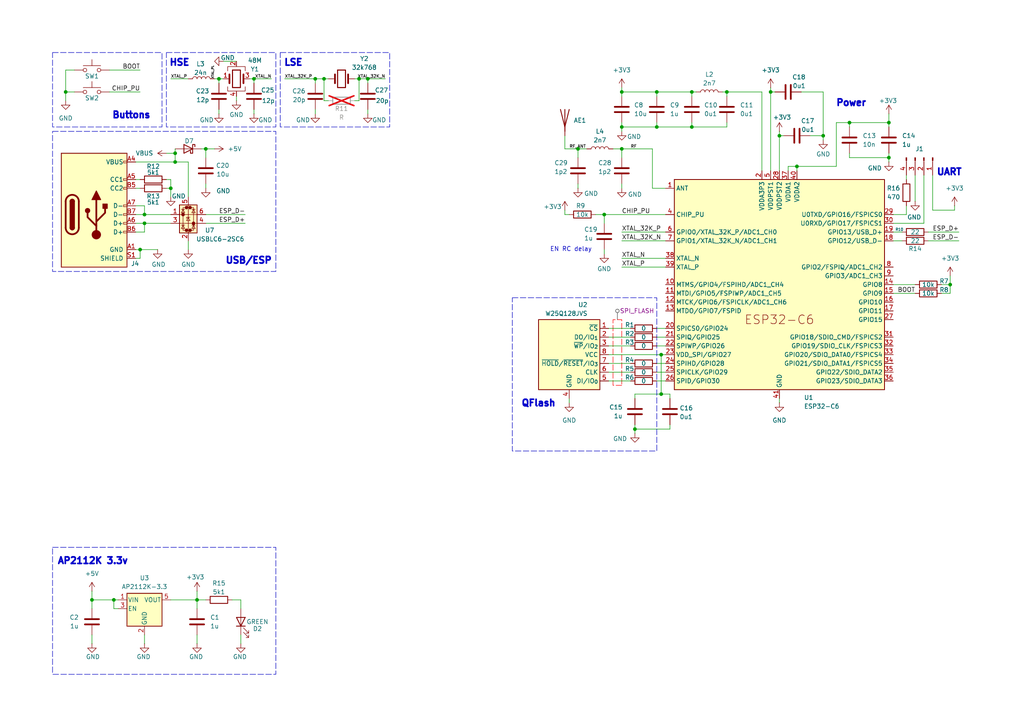
<source format=kicad_sch>
(kicad_sch (version 20250114) (generator "eeschema") (generator_version "9.0")
  (paper "A4")
  (rectangle (start 15.24 158.75) (end 80.01 195.58) (stroke (width 0) (type dash)))
  (rectangle (start 148.59 86.36) (end 190.5 130.81) (stroke (width 0) (type dash)))
  (rectangle (start 15.24 15.24) (end 46.99 36.83) (stroke (width 0) (type dash)))
  (rectangle (start 48.26 15.24) (end 80.01 36.83) (stroke (width 0) (type dash)))
  (rectangle (start 15.24 38.1) (end 80.01 78.74) (stroke (width 0) (type dash)))
  (rectangle (start 81.28 15.24) (end 113.03 36.83) (stroke (width 0) (type dash)))
  (text "AP2112K 3.3v" (at 26.924 162.814 0) (effects (font (size 1.905 1.905) (thickness 0.508) (bold yes))))
  (text "EN RC delay" (at 165.608 72.39 0) (effects (font (size 1.27 1.27))))
  (text "HSE" (at 52.07 18.288 0) (effects (font (size 1.905 1.905) (thickness 0.508) (bold yes))))
  (text "LSE" (at 85.09 18.288 0) (effects (font (size 1.905 1.905) (thickness 0.508) (bold yes))))
  (text "QFlash" (at 156.21 117.094 0) (effects (font (size 1.905 1.905) (thickness 0.508) (bold yes))))
  (text "USB/ESP" (at 72.136 75.692 0) (effects (font (size 1.905 1.905) (thickness 0.508) (bold yes))))
  (text "Power" (at 246.888 29.972 0) (effects (font (size 1.905 1.905) (thickness 0.508) (bold yes))))
  (text "Buttons" (at 38.1 33.528 0) (effects (font (size 1.905 1.905) (thickness 0.508) (bold yes))))
  (text "UART" (at 275.336 50.038 0) (effects (font (size 1.905 1.905) (thickness 0.508) (bold yes))))
  (junction (at 33.02 173.99))
  (junction (at 180.34 43.18))
  (junction (at 184.15 124.46))
  (junction (at 180.34 26.67))
  (junction (at 190.5 26.67))
  (junction (at 26.67 173.99))
  (junction (at 19.05 26.67))
  (junction (at 104.14 22.86))
  (junction (at 191.77 102.87))
  (junction (at 191.77 114.3))
  (junction (at 41.91 64.77))
  (junction (at 223.52 26.67))
  (junction (at 210.82 26.67))
  (junction (at 40.64 72.39))
  (junction (at 246.38 35.56))
  (junction (at 41.91 62.23))
  (junction (at 106.68 22.86))
  (junction (at 275.59 82.55))
  (junction (at 63.5 22.86))
  (junction (at 231.14 48.26))
  (junction (at 167.64 43.18))
  (junction (at 257.81 45.72))
  (junction (at 93.98 22.86))
  (junction (at 226.06 39.37))
  (junction (at 257.81 35.56))
  (junction (at 50.8 44.45))
  (junction (at 59.69 43.18))
  (junction (at 73.66 22.86))
  (junction (at 57.15 173.99))
  (junction (at 50.8 46.99))
  (junction (at 180.34 36.83))
  (junction (at 200.66 26.67))
  (junction (at 190.5 36.83))
  (junction (at 175.26 62.23))
  (junction (at 200.66 36.83))
  (junction (at 49.53 54.61))
  (junction (at 238.76 39.37))
  (junction (at 91.44 22.86))
  (wire (pts (xy 275.59 85.09) (xy 275.59 82.55)))
  (wire (pts (xy 59.69 64.77) (xy 71.12 64.77)))
  (wire (pts (xy 259.08 69.85) (xy 261.62 69.85)))
  (wire (pts (xy 19.05 29.21) (xy 19.05 26.67)))
  (wire (pts (xy 242.57 48.26) (xy 231.14 48.26)))
  (wire (pts (xy 69.85 173.99) (xy 69.85 176.53)))
  (wire (pts (xy 59.69 54.61) (xy 59.69 53.34)))
  (wire (pts (xy 180.34 26.67) (xy 180.34 27.94)))
  (wire (pts (xy 41.91 59.69) (xy 41.91 62.23)))
  (wire (pts (xy 276.86 59.69) (xy 276.86 60.96)))
  (wire (pts (xy 40.64 52.07) (xy 39.37 52.07)))
  (wire (pts (xy 57.15 173.99) (xy 59.69 173.99)))
  (wire (pts (xy 49.53 57.15) (xy 49.53 54.61)))
  (wire (pts (xy 220.98 26.67) (xy 210.82 26.67)))
  (wire (pts (xy 62.23 22.86) (xy 63.5 22.86)))
  (wire (pts (xy 180.34 36.83) (xy 180.34 35.56)))
  (wire (pts (xy 193.04 102.87) (xy 191.77 102.87)))
  (wire (pts (xy 228.6 48.26) (xy 228.6 49.53)))
  (wire (pts (xy 223.52 26.67) (xy 223.52 49.53)))
  (wire (pts (xy 276.86 60.96) (xy 270.51 60.96)))
  (wire (pts (xy 234.95 39.37) (xy 238.76 39.37)))
  (wire (pts (xy 167.64 43.18) (xy 170.18 43.18)))
  (wire (pts (xy 45.72 72.39) (xy 40.64 72.39)))
  (wire (pts (xy 91.44 22.86) (xy 93.98 22.86)))
  (wire (pts (xy 180.34 43.18) (xy 189.23 43.18)))
  (wire (pts (xy 175.26 72.39) (xy 175.26 73.66)))
  (wire (pts (xy 54.61 46.99) (xy 50.8 46.99)))
  (wire (pts (xy 93.98 22.86) (xy 95.25 22.86)))
  (wire (pts (xy 194.31 123.19) (xy 194.31 124.46)))
  (wire (pts (xy 259.08 67.31) (xy 261.62 67.31)))
  (wire (pts (xy 226.06 115.57) (xy 226.06 116.84)))
  (wire (pts (xy 41.91 62.23) (xy 39.37 62.23)))
  (wire (pts (xy 95.25 29.21) (xy 93.98 29.21)))
  (wire (pts (xy 180.34 77.47) (xy 193.04 77.47)))
  (wire (pts (xy 190.5 35.56) (xy 190.5 36.83)))
  (wire (pts (xy 54.61 46.99) (xy 54.61 57.15)))
  (wire (pts (xy 49.53 62.23) (xy 41.91 62.23)))
  (wire (pts (xy 176.53 102.87) (xy 191.77 102.87)))
  (wire (pts (xy 26.67 171.45) (xy 26.67 173.99)))
  (wire (pts (xy 262.89 52.07) (xy 262.89 50.8)))
  (wire (pts (xy 200.66 36.83) (xy 190.5 36.83)))
  (wire (pts (xy 273.05 85.09) (xy 275.59 85.09)))
  (wire (pts (xy 176.53 107.95) (xy 182.88 107.95)))
  (wire (pts (xy 163.83 43.18) (xy 167.64 43.18)))
  (wire (pts (xy 259.08 82.55) (xy 265.43 82.55)))
  (wire (pts (xy 257.81 33.02) (xy 257.81 35.56)))
  (wire (pts (xy 49.53 22.86) (xy 54.61 22.86)))
  (wire (pts (xy 102.87 29.21) (xy 104.14 29.21)))
  (wire (pts (xy 190.5 95.25) (xy 193.04 95.25)))
  (wire (pts (xy 54.61 69.85) (xy 54.61 72.39)))
  (wire (pts (xy 104.14 22.86) (xy 102.87 22.86)))
  (wire (pts (xy 184.15 115.57) (xy 184.15 114.3)))
  (wire (pts (xy 73.66 24.13) (xy 73.66 22.86)))
  (wire (pts (xy 270.51 60.96) (xy 270.51 50.8)))
  (wire (pts (xy 246.38 44.45) (xy 246.38 45.72)))
  (wire (pts (xy 176.53 105.41) (xy 182.88 105.41)))
  (wire (pts (xy 59.69 62.23) (xy 71.12 62.23)))
  (wire (pts (xy 180.34 25.4) (xy 180.34 26.67)))
  (wire (pts (xy 172.72 62.23) (xy 175.26 62.23)))
  (wire (pts (xy 209.55 26.67) (xy 210.82 26.67)))
  (wire (pts (xy 226.06 39.37) (xy 226.06 49.53)))
  (wire (pts (xy 175.26 62.23) (xy 175.26 64.77)))
  (wire (pts (xy 275.59 82.55) (xy 275.59 80.01)))
  (wire (pts (xy 49.53 54.61) (xy 48.26 54.61)))
  (wire (pts (xy 106.68 24.13) (xy 106.68 22.86)))
  (wire (pts (xy 180.34 69.85) (xy 193.04 69.85)))
  (wire (pts (xy 93.98 22.86) (xy 93.98 29.21)))
  (wire (pts (xy 194.31 124.46) (xy 184.15 124.46)))
  (wire (pts (xy 62.23 43.18) (xy 59.69 43.18)))
  (wire (pts (xy 31.75 20.32) (xy 40.64 20.32)))
  (wire (pts (xy 210.82 26.67) (xy 210.82 27.94)))
  (wire (pts (xy 190.5 26.67) (xy 190.5 27.94)))
  (wire (pts (xy 26.67 173.99) (xy 33.02 173.99)))
  (wire (pts (xy 40.64 74.93) (xy 39.37 74.93)))
  (wire (pts (xy 19.05 26.67) (xy 21.59 26.67)))
  (wire (pts (xy 165.1 115.57) (xy 165.1 116.84)))
  (wire (pts (xy 238.76 39.37) (xy 238.76 26.67)))
  (wire (pts (xy 73.66 22.86) (xy 72.39 22.86)))
  (wire (pts (xy 73.66 31.75) (xy 73.66 33.02)))
  (wire (pts (xy 49.53 52.07) (xy 48.26 52.07)))
  (wire (pts (xy 231.14 48.26) (xy 228.6 48.26)))
  (wire (pts (xy 246.38 35.56) (xy 246.38 36.83)))
  (wire (pts (xy 191.77 114.3) (xy 194.31 114.3)))
  (wire (pts (xy 226.06 39.37) (xy 227.33 39.37)))
  (wire (pts (xy 41.91 67.31) (xy 41.91 64.77)))
  (wire (pts (xy 200.66 35.56) (xy 200.66 36.83)))
  (wire (pts (xy 69.85 184.15) (xy 69.85 186.69)))
  (wire (pts (xy 184.15 124.46) (xy 184.15 123.19)))
  (wire (pts (xy 41.91 64.77) (xy 39.37 64.77)))
  (wire (pts (xy 184.15 124.46) (xy 184.15 125.73)))
  (wire (pts (xy 194.31 114.3) (xy 194.31 115.57)))
  (wire (pts (xy 200.66 26.67) (xy 201.93 26.67)))
  (wire (pts (xy 19.05 26.67) (xy 19.05 20.32)))
  (wire (pts (xy 31.75 26.67) (xy 40.64 26.67)))
  (wire (pts (xy 26.67 184.15) (xy 26.67 186.69)))
  (wire (pts (xy 50.8 44.45) (xy 48.26 44.45)))
  (wire (pts (xy 259.08 64.77) (xy 267.97 64.77)))
  (wire (pts (xy 226.06 38.1) (xy 226.06 39.37)))
  (wire (pts (xy 50.8 44.45) (xy 50.8 43.18)))
  (wire (pts (xy 41.91 184.15) (xy 41.91 186.69)))
  (wire (pts (xy 257.81 35.56) (xy 246.38 35.56)))
  (wire (pts (xy 73.66 22.86) (xy 78.74 22.86)))
  (wire (pts (xy 57.15 171.45) (xy 57.15 173.99)))
  (wire (pts (xy 210.82 36.83) (xy 200.66 36.83)))
  (wire (pts (xy 57.15 176.53) (xy 57.15 173.99)))
  (wire (pts (xy 190.5 100.33) (xy 193.04 100.33)))
  (wire (pts (xy 64.77 17.78) (xy 68.58 17.78)))
  (wire (pts (xy 184.15 114.3) (xy 191.77 114.3)))
  (wire (pts (xy 210.82 35.56) (xy 210.82 36.83)))
  (wire (pts (xy 39.37 59.69) (xy 41.91 59.69)))
  (wire (pts (xy 190.5 26.67) (xy 200.66 26.67)))
  (wire (pts (xy 163.83 39.37) (xy 163.83 43.18)))
  (wire (pts (xy 49.53 64.77) (xy 41.91 64.77)))
  (wire (pts (xy 220.98 26.67) (xy 220.98 49.53)))
  (wire (pts (xy 19.05 20.32) (xy 21.59 20.32)))
  (wire (pts (xy 180.34 26.67) (xy 190.5 26.67)))
  (wire (pts (xy 68.58 27.94) (xy 68.58 29.21)))
  (wire (pts (xy 49.53 52.07) (xy 49.53 54.61)))
  (wire (pts (xy 190.5 105.41) (xy 193.04 105.41)))
  (wire (pts (xy 190.5 107.95) (xy 193.04 107.95)))
  (wire (pts (xy 106.68 31.75) (xy 106.68 33.02)))
  (wire (pts (xy 33.02 176.53) (xy 34.29 176.53)))
  (wire (pts (xy 180.34 53.34) (xy 180.34 54.61)))
  (wire (pts (xy 163.83 62.23) (xy 165.1 62.23)))
  (wire (pts (xy 82.55 22.86) (xy 91.44 22.86)))
  (wire (pts (xy 167.64 53.34) (xy 167.64 54.61)))
  (wire (pts (xy 242.57 35.56) (xy 242.57 48.26)))
  (wire (pts (xy 223.52 26.67) (xy 224.79 26.67)))
  (wire (pts (xy 257.81 44.45) (xy 257.81 45.72)))
  (wire (pts (xy 176.53 95.25) (xy 182.88 95.25)))
  (wire (pts (xy 257.81 45.72) (xy 246.38 45.72)))
  (wire (pts (xy 163.83 62.23) (xy 163.83 60.96)))
  (wire (pts (xy 191.77 102.87) (xy 191.77 114.3)))
  (wire (pts (xy 267.97 64.77) (xy 267.97 50.8)))
  (wire (pts (xy 50.8 46.99) (xy 39.37 46.99)))
  (wire (pts (xy 67.31 173.99) (xy 69.85 173.99)))
  (wire (pts (xy 200.66 26.67) (xy 200.66 27.94)))
  (wire (pts (xy 246.38 35.56) (xy 242.57 35.56)))
  (wire (pts (xy 177.8 43.18) (xy 180.34 43.18)))
  (wire (pts (xy 259.08 62.23) (xy 262.89 62.23)))
  (wire (pts (xy 40.64 72.39) (xy 39.37 72.39)))
  (wire (pts (xy 33.02 173.99) (xy 34.29 173.99)))
  (wire (pts (xy 167.64 45.72) (xy 167.64 43.18)))
  (wire (pts (xy 63.5 22.86) (xy 64.77 22.86)))
  (wire (pts (xy 176.53 97.79) (xy 182.88 97.79)))
  (wire (pts (xy 91.44 24.13) (xy 91.44 22.86)))
  (wire (pts (xy 189.23 54.61) (xy 189.23 43.18)))
  (wire (pts (xy 223.52 25.4) (xy 223.52 26.67)))
  (wire (pts (xy 175.26 62.23) (xy 193.04 62.23)))
  (wire (pts (xy 63.5 33.02) (xy 63.5 31.75)))
  (wire (pts (xy 106.68 22.86) (xy 111.76 22.86)))
  (wire (pts (xy 40.64 72.39) (xy 40.64 74.93)))
  (wire (pts (xy 269.24 67.31) (xy 278.13 67.31)))
  (wire (pts (xy 190.5 97.79) (xy 193.04 97.79)))
  (wire (pts (xy 193.04 54.61) (xy 189.23 54.61)))
  (wire (pts (xy 26.67 176.53) (xy 26.67 173.99)))
  (wire (pts (xy 91.44 33.02) (xy 91.44 31.75)))
  (wire (pts (xy 176.53 110.49) (xy 182.88 110.49)))
  (wire (pts (xy 39.37 67.31) (xy 41.91 67.31)))
  (wire (pts (xy 180.34 45.72) (xy 180.34 43.18)))
  (wire (pts (xy 180.34 74.93) (xy 193.04 74.93)))
  (wire (pts (xy 232.41 26.67) (xy 238.76 26.67)))
  (wire (pts (xy 257.81 35.56) (xy 257.81 36.83)))
  (wire (pts (xy 59.69 43.18) (xy 59.69 45.72)))
  (wire (pts (xy 176.53 100.33) (xy 182.88 100.33)))
  (wire (pts (xy 57.15 184.15) (xy 57.15 186.69)))
  (wire (pts (xy 231.14 49.53) (xy 231.14 48.26)))
  (wire (pts (xy 238.76 40.64) (xy 238.76 39.37)))
  (wire (pts (xy 104.14 22.86) (xy 104.14 29.21)))
  (wire (pts (xy 273.05 82.55) (xy 275.59 82.55)))
  (wire (pts (xy 257.81 45.72) (xy 257.81 46.99)))
  (wire (pts (xy 180.34 36.83) (xy 180.34 38.1)))
  (wire (pts (xy 180.34 67.31) (xy 193.04 67.31)))
  (wire (pts (xy 190.5 110.49) (xy 193.04 110.49)))
  (wire (pts (xy 106.68 22.86) (xy 104.14 22.86)))
  (wire (pts (xy 49.53 173.99) (xy 57.15 173.99)))
  (wire (pts (xy 63.5 24.13) (xy 63.5 22.86)))
  (wire (pts (xy 262.89 62.23) (xy 262.89 59.69)))
  (wire (pts (xy 50.8 46.99) (xy 50.8 44.45)))
  (wire (pts (xy 40.64 54.61) (xy 39.37 54.61)))
  (wire (pts (xy 269.24 69.85) (xy 278.13 69.85)))
  (wire (pts (xy 190.5 36.83) (xy 180.34 36.83)))
  (wire (pts (xy 265.43 50.8) (xy 265.43 58.42)))
  (wire (pts (xy 259.08 85.09) (xy 265.43 85.09)))
  (wire (pts (xy 59.69 43.18) (xy 58.42 43.18)))
  (wire (pts (xy 33.02 173.99) (xy 33.02 176.53)))
  (label "RF" (at 182.88 43.18 0) (effects (font (size 0.889 0.889))))
  (label "ESP_D-" (at 71.12 62.23 180))
  (label "ESP_D+" (at 278.13 67.31 180))
  (label "CHIP_PU" (at 180.34 62.23 0))
  (label "BOOT" (at 265.43 85.09 180))
  (label "XTAL_32K_N" (at 180.34 69.85 0))
  (label "XTAL_PL" (at 62.23 22.86 90) (effects (font (size 0.635 0.635))))
  (label "CHIP_PU" (at 40.64 26.67 180))
  (label "ESP_D+" (at 71.12 64.77 180))
  (label "RF_ANT" (at 165.1 43.18 0) (effects (font (size 0.889 0.889))))
  (label "XTAL_32K_N" (at 111.76 22.86 180) (effects (font (size 0.889 0.889))))
  (label "XTAL_P" (at 49.53 22.86 0) (effects (font (size 0.889 0.889))))
  (label "XTAL_N" (at 180.34 74.93 0))
  (label "BOOT" (at 40.64 20.32 180))
  (label "XTAL_32K_P" (at 82.55 22.86 0) (effects (font (size 0.889 0.889))))
  (label "XTAL_32K_P" (at 180.34 67.31 0))
  (label "XTAL_P" (at 180.34 77.47 0))
  (label "XTAL_N" (at 78.74 22.86 180) (effects (font (size 0.889 0.889))))
  (label "ESP_D-" (at 278.13 69.85 180))
  (rule_area (polyline (pts (xy 180.34 111.76) (xy 177.8 111.76) (xy 177.8 92.71) (xy 180.34 92.71)) (stroke (width 0) (type dash))))
  (netclass_flag "" (length 2.54) (shape round) (at 179.07 92.71 0) (property "Netclass" "SPI_FLASH" (at 179.7685 90.17 0) (effects (justify left))))
  (symbol (lib_id "power:GND") (at 64.77 17.78 270) (unit 1)
    (property "Reference" "#PWR052" (effects (hide yes)))
    (property "Value" "GND" (at 66.04 16.764 90))
    (property "Description" "Power symbol creates a global label with name \"GND\" , ground" (effects (hide yes)))
  )
  (symbol (lib_id "Connector:USB_C_Receptacle_USB2.0_14P") (at 26.67 62.23 0) (unit 1)
    (property "Reference" "J4" (at 40.386 76.454 0) (effects (justify right)))
    (property "Value" "USB_C_Receptacle_USB2.0_14P" (effects (hide yes)))
    (property "Footprint" "Connector_USB:USB_C_Receptacle_HRO_TYPE-C-31-M-12" (effects (hide yes)))
    (property "Datasheet" "https://www.usb.org/sites/default/files/documents/usb_type-c.zip" (effects (hide yes)))
    (property "Description" "USB 2.0-only 14P Type-C Receptacle connector" (effects (hide yes)))
    (property "Manufacturer" "Shou HAN" (effects (hide yes)))
    (property "Manufacturer Part Number" "TYPE-C16PIN" (effects (hide yes)))
    (property "Basic" "X" (effects (hide yes)))
    (property "JLCPCB Part #" "C393939" (effects (hide yes)))
  )
  (symbol (lib_id "power:GND") (at 45.72 72.39 0) (mirror y) (unit 1)
    (property "Reference" "#PWR049" (effects (hide yes)))
    (property "Value" "GND" (at 43.942 76.708 0) (effects (justify right)))
    (property "Description" "Power symbol creates a global label with name \"GND\" , ground" (effects (hide yes)))
  )
  (symbol (lib_id "Device:R") (at 44.45 54.61 270) (mirror x) (unit 1)
    (property "Reference" "R13" (at 44.45 56.896 90))
    (property "Value" "5k1" (at 44.45 58.674 90))
    (property "Footprint" "Resistor_SMD:R_0603_1608Metric" (effects (hide yes)))
    (property "Description" "Resistor" (effects (hide yes)))
    (property "Manufacturer" "Uniroyal Elec" (effects (hide yes)))
    (property "Manufacturer Part Number" "0603WAF5101T5E" (effects (hide yes)))
    (property "Basic" "Y" (effects (hide yes)))
    (property "JLCPCB Part #" "C23186" (effects (hide yes)))
  )
  (symbol (lib_id "Device:R") (at 186.69 97.79 90) (unit 1)
    (property "Reference" "R2" (at 182.626 96.774 90))
    (property "Value" "0" (at 186.69 97.79 90))
    (property "Description" "Resistor" (effects (hide yes)))
  )
  (symbol (lib_id "power:GND") (at 73.66 33.02 0) (unit 1)
    (property "Reference" "#PWR025" (effects (hide yes)))
    (property "Value" "GND" (at 76.962 34.798 0))
    (property "Description" "Power symbol creates a global label with name \"GND\" , ground" (effects (hide yes)))
  )
  (symbol (lib_id "power:GND") (at 91.44 33.02 0) (unit 1)
    (property "Reference" "#PWR053" (effects (hide yes)))
    (property "Value" "GND" (at 87.884 34.798 0))
    (property "Description" "Power symbol creates a global label with name \"GND\" , ground" (effects (hide yes)))
  )
  (symbol (lib_id "Device:C") (at 59.69 49.53 0) (mirror y) (unit 1)
    (property "Reference" "C20" (at 66.548 48.006 0) (effects (justify left)))
    (property "Value" "10u" (at 66.548 50.546 0) (effects (justify left)))
    (property "Footprint" "Capacitor_SMD:C_0402_1005Metric" (effects (hide yes)))
    (property "Description" "Unpolarized capacitor" (effects (hide yes)))
    (property "Manufacturer" "Samsung Electro-Mechanics " (effects (hide yes)))
    (property "Manufacturer Part Number" "CL05A106MQ5NUNC" (effects (hide yes)))
    (property "Basic" "Y" (effects (hide yes)))
    (property "JLCPCB Part #" "C15525" (effects (hide yes)))
  )
  (symbol (lib_id "Device:C") (at 180.34 49.53 0) (unit 1)
    (property "Reference" "C28" (at 173.482 47.244 0) (effects (justify left)))
    (property "Value" "1p2" (at 173.482 49.784 0) (effects (justify left)))
    (property "Footprint" "Capacitor_SMD:C_0402_1005Metric" (effects (hide yes)))
    (property "Description" "Unpolarized capacitor" (effects (hide yes)))
    (property "Manufacturer" "Murata" (effects (hide yes)))
    (property "Manufacturer Part Number" "GJM1555C1H1R2WB01D" (effects (hide yes)))
    (property "Basic" "X" (effects (hide yes)))
    (property "JLCPCB Part #" "C76899" (effects (hide yes)))
  )
  (symbol (lib_id "power:GND") (at 165.1 116.84 0) (mirror y) (unit 1)
    (property "Reference" "#PWR02" (effects (hide yes)))
    (property "Value" "GND" (at 165.1 121.92 0))
    (property "Description" "Power symbol creates a global label with name \"GND\" , ground" (effects (hide yes)))
  )
  (symbol (lib_id "power:+5V") (at 26.67 171.45 0) (unit 1)
    (property "Reference" "#PWR022" (effects (hide yes)))
    (property "Value" "+5V" (at 26.67 166.37 0))
    (property "Description" "Power symbol creates a global label with name \"+5V\"" (effects (hide yes)))
  )
  (symbol (lib_id "Switch:SW_Push") (at 26.67 26.67 0) (unit 1) (in_bom no)
    (property "Reference" "SW2" (at 26.67 28.448 0))
    (property "Value" "SW_Push" (effects (hide yes)))
    (property "Footprint" "Button_Switch_THT:SW_SPST_Omron_B3F-40xx" (effects (hide yes)))
    (property "Description" "Push button switch, generic, two pins" (effects (hide yes)))
  )
  (symbol (lib_id "Device:R") (at 186.69 107.95 90) (unit 1)
    (property "Reference" "R5" (at 182.626 106.934 90))
    (property "Value" "0" (at 186.69 107.95 90))
    (property "Description" "Resistor" (effects (hide yes)))
  )
  (symbol (lib_id "Regulator_Linear:AP2112K-3.3") (at 41.91 176.53 0) (unit 1)
    (property "Reference" "U3" (at 41.91 167.64 0))
    (property "Value" "AP2112K-3.3" (at 41.91 170.18 0))
    (property "Footprint" "Package_TO_SOT_SMD:SOT-23-5" (effects (hide yes)))
    (property "Datasheet" "https://www.diodes.com/assets/Datasheets/AP2112.pdf" (effects (hide yes)))
    (property "Description" "600mA low dropout linear regulator, with enable pin, 3.8V-6V input voltage range, 3.3V fixed positive output, SOT-23-5" (effects (hide yes)))
  )
  (symbol (lib_id "Device:R") (at 265.43 69.85 90) (mirror x) (unit 1)
    (property "Reference" "R14" (at 265.43 72.136 90))
    (property "Value" "22" (at 265.43 69.85 90))
    (property "Description" "Resistor" (effects (hide yes)))
  )
  (symbol (lib_id "Device:Crystal") (at 99.06 22.86 0) (unit 1)
    (property "Reference" "Y2" (at 105.664 17.018 0))
    (property "Value" "32k768" (at 105.664 19.558 0))
    (property "Footprint" "Crystal:Crystal_SMD_3215-2Pin_3.2x1.5mm" (effects (hide yes)))
    (property "Description" "Two pin crystal" (effects (hide yes)))
    (property "Manufacturer" "Seiko Epson" (effects (hide yes)))
    (property "Manufacturer Part Number" "Q13FC13500004" (effects (hide yes)))
    (property "Basic" "Y" (effects (hide yes)))
    (property "JLCPCB Part #" "C32346" (effects (hide yes)))
  )
  (symbol (lib_id "Device:C") (at 73.66 27.94 0) (unit 1)
    (property "Reference" "C25" (at 75.692 26.162 0) (effects (justify left)))
    (property "Value" "12p" (at 75.946 29.21 0) (effects (justify left)))
    (property "Footprint" "Capacitor_SMD:C_0402_1005Metric" (effects (hide yes)))
    (property "Description" "Unpolarized capacitor" (effects (hide yes)))
    (property "Manufacturer" "Guangdong Fenghua Advanced Tech (FH)" (effects (hide yes)))
    (property "Manufacturer Part Number" "0402CG120J500NT" (effects (hide yes)))
    (property "Basic" "Y" (effects (hide yes)))
    (property "JLCPCB Part #" "C1547" (effects (hide yes)))
  )
  (symbol (lib_id "power:GND") (at 59.69 54.61 0) (mirror y) (unit 1)
    (property "Reference" "#PWR045" (effects (hide yes)))
    (property "Value" "GND" (at 64.77 55.372 0))
    (property "Description" "Power symbol creates a global label with name \"GND\" , ground" (effects (hide yes)))
  )
  (symbol (lib_id "power:+3V3") (at 275.59 80.01 0) (unit 1)
    (property "Reference" "#PWR03" (effects (hide yes)))
    (property "Value" "+3V3" (at 275.59 74.93 0))
    (property "Description" "Power symbol creates a global label with name \"+3V3\"" (effects (hide yes)))
  )
  (symbol (lib_id "Device:R") (at 63.5 173.99 90) (unit 1)
    (property "Reference" "R15" (at 63.5 169.164 90))
    (property "Value" "5k1" (at 63.5 171.704 90))
    (property "Description" "Resistor" (effects (hide yes)))
  )
  (symbol (lib_id "Device:C") (at 57.15 180.34 0) (unit 1)
    (property "Reference" "C1" (at 60.96 179.0699 0) (effects (justify left)))
    (property "Value" "1u" (at 60.96 181.6099 0) (effects (justify left)))
    (property "Description" "Unpolarized capacitor" (effects (hide yes)))
  )
  (symbol (lib_id "Device:R") (at 99.06 29.21 90) (unit 1) (dnp yes)
    (property "Reference" "R11" (at 99.06 31.496 90))
    (property "Value" "R" (at 99.06 34.036 90))
    (property "Footprint" "Resistor_SMD:R_0603_1608Metric" (effects (hide yes)))
    (property "Description" "Resistor" (effects (hide yes)))
  )
  (symbol (lib_id "power:GND") (at 106.68 33.02 0) (unit 1)
    (property "Reference" "#PWR056" (effects (hide yes)))
    (property "Value" "GND" (at 109.982 34.798 0))
    (property "Description" "Power symbol creates a global label with name \"GND\" , ground" (effects (hide yes)))
  )
  (symbol (lib_id "power:GND") (at 226.06 116.84 0) (unit 1)
    (property "Reference" "#PWR01" (effects (hide yes)))
    (property "Value" "GND" (at 226.06 121.92 0))
    (property "Description" "Power symbol creates a global label with name \"GND\" , ground" (effects (hide yes)))
  )
  (symbol (lib_id "Device:C") (at 210.82 31.75 0) (unit 1)
    (property "Reference" "C11" (at 214.63 30.4799 0) (effects (justify left)))
    (property "Value" "0u1" (at 214.63 33.0199 0) (effects (justify left)))
    (property "Footprint" "Capacitor_SMD:C_0402_1005Metric" (effects (hide yes)))
    (property "Description" "Unpolarized capacitor" (effects (hide yes)))
    (property "Manufacturer" "Samsung Electro-Mechanics " (effects (hide yes)))
    (property "Manufacturer Part Number" "CL05B104KB54PNC" (effects (hide yes)))
    (property "Basic" "Y" (effects (hide yes)))
    (property "JLCPCB Part #" "C307331" (effects (hide yes)))
  )
  (symbol (lib_id "Device:R") (at 265.43 67.31 90) (unit 1)
    (property "Reference" "R10" (at 260.858 66.548 90) (effects (font (size 0.762 0.762))))
    (property "Value" "22" (at 265.43 67.31 90))
    (property "Description" "Resistor" (effects (hide yes)))
  )
  (symbol (lib_id "power:GND") (at 69.85 186.69 0) (unit 1)
    (property "Reference" "#PWR07" (effects (hide yes)))
    (property "Value" "GND" (at 71.628 190.5 0) (effects (justify right)))
    (property "Description" "Power symbol creates a global label with name \"GND\" , ground" (effects (hide yes)))
  )
  (symbol (lib_id "Device:R") (at 44.45 52.07 270) (mirror x) (unit 1)
    (property "Reference" "R12" (at 44.45 48.26 90))
    (property "Value" "5k1" (at 44.45 50.038 90))
    (property "Footprint" "Resistor_SMD:R_0603_1608Metric" (effects (hide yes)))
    (property "Description" "Resistor" (effects (hide yes)))
    (property "Manufacturer" "Uniroyal Elec" (effects (hide yes)))
    (property "Manufacturer Part Number" "0603WAF5101T5E" (effects (hide yes)))
    (property "Basic" "Y" (effects (hide yes)))
    (property "JLCPCB Part #" "C23186" (effects (hide yes)))
  )
  (symbol (lib_id "power:GND") (at 19.05 29.21 0) (unit 1)
    (property "Reference" "#PWR050" (effects (hide yes)))
    (property "Value" "GND" (at 19.05 34.29 0))
    (property "Description" "Power symbol creates a global label with name \"GND\" , ground" (effects (hide yes)))
  )
  (symbol (lib_id "Device:LED") (at 69.85 180.34 90) (unit 1)
    (property "Reference" "D2" (at 74.676 182.372 90))
    (property "Value" "GREEN" (at 74.676 180.34 90))
    (property "Footprint" "LED_SMD:LED_0805_2012Metric" (effects (hide yes)))
    (property "Description" "Light emitting diode" (effects (hide yes)))
    (property "Sim.Pins" "1=K 2=A" (effects (hide yes)))
    (property "Manufacturer" "Hubei KENTO Elec " (effects (hide yes)))
    (property "Manufacturer Part Number" "KT-0805G" (effects (hide yes)))
    (property "Basic" "Y" (effects (hide yes)))
    (property "JLCPCB Part #" "C2297" (effects (hide yes)))
  )
  (symbol (lib_id "power:GND") (at 63.5 33.02 0) (unit 1)
    (property "Reference" "#PWR037" (effects (hide yes)))
    (property "Value" "GND" (at 59.944 34.798 0))
    (property "Description" "Power symbol creates a global label with name \"GND\" , ground" (effects (hide yes)))
  )
  (symbol (lib_id "Device:C") (at 63.5 27.94 180) (unit 1)
    (property "Reference" "C23" (at 60.706 26.416 0) (effects (justify left)))
    (property "Value" "12p" (at 60.706 28.956 0) (effects (justify left)))
    (property "Footprint" "Capacitor_SMD:C_0402_1005Metric" (effects (hide yes)))
    (property "Description" "Unpolarized capacitor" (effects (hide yes)))
    (property "Manufacturer" "Guangdong Fenghua Advanced Tech (FH)" (effects (hide yes)))
    (property "Manufacturer Part Number" "0402CG120J500NT" (effects (hide yes)))
    (property "Basic" "Y" (effects (hide yes)))
    (property "JLCPCB Part #" "C1547" (effects (hide yes)))
  )
  (symbol (lib_id "Device:C") (at 231.14 39.37 90) (unit 1)
    (property "Reference" "C17" (at 236.22 35.052 90) (effects (justify left)))
    (property "Value" "0u1" (at 236.22 37.592 90) (effects (justify left)))
    (property "Footprint" "Capacitor_SMD:C_0402_1005Metric" (effects (hide yes)))
    (property "Description" "Unpolarized capacitor" (effects (hide yes)))
    (property "Manufacturer" "Samsung Electro-Mechanics " (effects (hide yes)))
    (property "Manufacturer Part Number" "CL05B104KB54PNC" (effects (hide yes)))
    (property "Basic" "Y" (effects (hide yes)))
    (property "JLCPCB Part #" "C307331" (effects (hide yes)))
  )
  (symbol (lib_id "Switch:SW_Push") (at 26.67 20.32 0) (unit 1) (in_bom no)
    (property "Reference" "SW1" (at 26.67 22.098 0))
    (property "Value" "SW_Push" (effects (hide yes)))
    (property "Footprint" "Button_Switch_THT:SW_SPST_Omron_B3F-40xx" (effects (hide yes)))
    (property "Description" "Push button switch, generic, two pins" (effects (hide yes)))
  )
  (symbol (lib_id "power:GND") (at 265.43 58.42 0) (unit 1)
    (property "Reference" "#PWR09" (effects (hide yes)))
    (property "Value" "GND" (at 267.208 62.992 0) (effects (justify right)))
    (property "Description" "Power symbol creates a global label with name \"GND\" , ground" (effects (hide yes)))
  )
  (symbol (lib_id "Memory_Flash:W25Q128JVS") (at 166.37 102.87 0) (mirror y) (unit 1)
    (property "Reference" "U2" (at 170.434 88.392 0) (effects (justify left)))
    (property "Value" "W25Q128JVS" (at 170.434 90.932 0) (effects (justify left)))
    (property "Footprint" "Package_SO:SOIC-8_5.3x5.3mm_P1.27mm" (effects (hide yes)))
    (property "Datasheet" "https://www.winbond.com/resource-files/w25q128jv_dtr%20revc%2003272018%20plus.pdf" (effects (hide yes)))
    (property "Description" "128Mbit / 16MiB Serial Flash Memory, Standard/Dual/Quad SPI, 2.7-3.6V, SOIC-8" (effects (hide yes)))
  )
  (symbol (lib_id "Device:C") (at 246.38 40.64 0) (unit 1)
    (property "Reference" "C13" (at 250.19 39.3699 0) (effects (justify left)))
    (property "Value" "10n" (at 250.19 41.9099 0) (effects (justify left)))
    (property "Footprint" "Capacitor_SMD:C_0402_1005Metric" (effects (hide yes)))
    (property "Description" "Unpolarized capacitor" (effects (hide yes)))
    (property "Manufacturer" "Samsung Electro-Mechanics " (effects (hide yes)))
    (property "Manufacturer Part Number" "CL05B103KB5NNNC" (effects (hide yes)))
    (property "Basic" "Y" (effects (hide yes)))
    (property "JLCPCB Part #" "C15195" (effects (hide yes)))
  )
  (symbol (lib_id "Device:C") (at 194.31 119.38 0) (unit 1)
    (property "Reference" "C16" (at 197.104 118.364 0) (effects (justify left)))
    (property "Value" "0u1" (at 197.104 120.904 0) (effects (justify left)))
    (property "Footprint" "Capacitor_SMD:C_0402_1005Metric" (effects (hide yes)))
    (property "Description" "Unpolarized capacitor" (effects (hide yes)))
    (property "Manufacturer" "Samsung Electro-Mechanics " (effects (hide yes)))
    (property "Manufacturer Part Number" "CL05B104KB54PNC" (effects (hide yes)))
    (property "Basic" "Y" (effects (hide yes)))
    (property "JLCPCB Part #" "C307331" (effects (hide yes)))
  )
  (symbol (lib_id "power:GND") (at 184.15 125.73 0) (unit 1)
    (property "Reference" "#PWR023" (effects (hide yes)))
    (property "Value" "GND" (at 177.8 127.254 0) (effects (justify left)))
    (property "Description" "Power symbol creates a global label with name \"GND\" , ground" (effects (hide yes)))
  )
  (symbol (lib_id "Device:R") (at 269.24 82.55 90) (unit 1)
    (property "Reference" "R7" (at 273.812 81.534 90))
    (property "Value" "10k" (at 269.24 82.55 90))
    (property "Footprint" "Resistor_SMD:R_0603_1608Metric" (effects (hide yes)))
    (property "Description" "Resistor" (effects (hide yes)))
    (property "Manufacturer" "Uniroyal Elec" (effects (hide yes)))
    (property "Manufacturer Part Number" "0603WAF1002T5E" (effects (hide yes)))
    (property "Basic" "Y" (effects (hide yes)))
    (property "JLCPCB Part #" "C25804" (effects (hide yes)))
  )
  (symbol (lib_id "Device:C") (at 167.64 49.53 0) (unit 1)
    (property "Reference" "C29" (at 160.782 47.244 0) (effects (justify left)))
    (property "Value" "1p2" (at 160.782 49.784 0) (effects (justify left)))
    (property "Footprint" "Capacitor_SMD:C_0402_1005Metric" (effects (hide yes)))
    (property "Description" "Unpolarized capacitor" (effects (hide yes)))
    (property "Manufacturer" "Murata" (effects (hide yes)))
    (property "Manufacturer Part Number" "GJM1555C1H1R2WB01D" (effects (hide yes)))
    (property "Basic" "X" (effects (hide yes)))
    (property "JLCPCB Part #" "C76899" (effects (hide yes)))
  )
  (symbol (lib_id "Device:R") (at 186.69 95.25 90) (unit 1)
    (property "Reference" "R1" (at 182.626 94.234 90))
    (property "Value" "0" (at 186.69 95.25 90))
    (property "Description" "Resistor" (effects (hide yes)))
  )
  (symbol (lib_id "Device:C") (at 106.68 27.94 0) (unit 1)
    (property "Reference" "C27" (at 108.712 26.162 0) (effects (justify left)))
    (property "Value" "20p" (at 108.966 29.21 0) (effects (justify left)))
    (property "Footprint" "Capacitor_SMD:C_0402_1005Metric" (effects (hide yes)))
    (property "Description" "Unpolarized capacitor" (effects (hide yes)))
    (property "Manufacturer" "Guangdong Fenghua Advanced Tech (FH)" (effects (hide yes)))
    (property "Manufacturer Part Number" "0402CG200J500NT" (effects (hide yes)))
    (property "Basic" "Y" (effects (hide yes)))
    (property "JLCPCB Part #" "C1554" (effects (hide yes)))
  )
  (symbol (lib_id "Device:L") (at 58.42 22.86 90) (unit 1)
    (property "Reference" "L3" (at 58.166 18.542 90))
    (property "Value" "24n" (at 58.166 21.082 90))
    (property "Footprint" "Inductor_SMD:L_0402_1005Metric" (effects (hide yes)))
    (property "Description" "Inductor" (effects (hide yes)))
    (property "Manufacturer" "Murata" (effects (hide yes)))
    (property "Manufacturer Part Number" "LQW15AN24NG00D" (effects (hide yes)))
    (property "Basic" "X" (effects (hide yes)))
    (property "JLCPCB Part #" "C167472" (effects (hide yes)))
  )
  (symbol (lib_id "Device:Crystal_GND24") (at 68.58 22.86 0) (unit 1)
    (property "Reference" "Y1" (at 73.914 20.066 0))
    (property "Value" "48M" (at 73.914 17.526 0))
    (property "Footprint" "Crystal:Crystal_SMD_2016-4Pin_2.0x1.6mm" (effects (hide yes)))
    (property "Description" "Four pin crystal, GND on pins 2 and 4" (effects (hide yes)))
    (property "Manufacturer" "TROQ" (effects (hide yes)))
    (property "Manufacturer Part Number" "R940000096" (effects (hide yes)))
    (property "Basic" "X" (effects (hide yes)))
    (property "JLCPCB Part #" "C7206306" (effects (hide yes)))
  )
  (symbol (lib_id "power:+3V3") (at 163.83 60.96 0) (unit 1)
    (property "Reference" "#PWR029" (effects (hide yes)))
    (property "Value" "+3V3" (at 160.274 59.944 0))
    (property "Description" "Power symbol creates a global label with name \"+3V3\"" (effects (hide yes)))
  )
  (symbol (lib_id "Device:C") (at 91.44 27.94 180) (unit 1)
    (property "Reference" "C26" (at 88.646 26.416 0) (effects (justify left)))
    (property "Value" "20p" (at 88.646 28.956 0) (effects (justify left)))
    (property "Footprint" "Capacitor_SMD:C_0402_1005Metric" (effects (hide yes)))
    (property "Description" "Unpolarized capacitor" (effects (hide yes)))
    (property "Manufacturer" "Guangdong Fenghua Advanced Tech (FH)" (effects (hide yes)))
    (property "Manufacturer Part Number" "0402CG200J500NT" (effects (hide yes)))
    (property "Basic" "Y" (effects (hide yes)))
    (property "JLCPCB Part #" "C1554" (effects (hide yes)))
  )
  (symbol (lib_id "power:+3V3") (at 180.34 25.4 0) (unit 1)
    (property "Reference" "#PWR015" (effects (hide yes)))
    (property "Value" "+3V3" (at 180.34 20.32 0))
    (property "Description" "Power symbol creates a global label with name \"+3V3\"" (effects (hide yes)))
  )
  (symbol (lib_id "Device:C") (at 200.66 31.75 0) (unit 1)
    (property "Reference" "C10" (at 204.216 30.48 0) (effects (justify left)))
    (property "Value" "0u1" (at 204.216 33.02 0) (effects (justify left)))
    (property "Footprint" "Capacitor_SMD:C_0402_1005Metric" (effects (hide yes)))
    (property "Description" "Unpolarized capacitor" (effects (hide yes)))
    (property "Manufacturer" "Samsung Electro-Mechanics " (effects (hide yes)))
    (property "Manufacturer Part Number" "CL05B104KB54PNC" (effects (hide yes)))
    (property "Basic" "Y" (effects (hide yes)))
    (property "JLCPCB Part #" "C307331" (effects (hide yes)))
  )
  (symbol (lib_id "power:GND") (at 26.67 186.69 0) (mirror y) (unit 1)
    (property "Reference" "#PWR019" (effects (hide yes)))
    (property "Value" "GND" (at 24.892 190.5 0) (effects (justify right)))
    (property "Description" "Power symbol creates a global label with name \"GND\" , ground" (effects (hide yes)))
  )
  (symbol (lib_id "Device:C") (at 228.6 26.67 90) (unit 1)
    (property "Reference" "C18" (at 233.68 22.352 90) (effects (justify left)))
    (property "Value" "0u1" (at 233.68 24.892 90) (effects (justify left)))
    (property "Footprint" "Capacitor_SMD:C_0402_1005Metric" (effects (hide yes)))
    (property "Description" "Unpolarized capacitor" (effects (hide yes)))
    (property "Manufacturer" "Samsung Electro-Mechanics " (effects (hide yes)))
    (property "Manufacturer Part Number" "CL05B104KB54PNC" (effects (hide yes)))
    (property "Basic" "Y" (effects (hide yes)))
    (property "JLCPCB Part #" "C307331" (effects (hide yes)))
  )
  (symbol (lib_id "power:GND") (at 180.34 38.1 0) (unit 1)
    (property "Reference" "#PWR014" (effects (hide yes)))
    (property "Value" "GND" (at 181.864 39.624 0) (effects (justify left)))
    (property "Description" "Power symbol creates a global label with name \"GND\" , ground" (effects (hide yes)))
  )
  (symbol (lib_id "Device:R") (at 186.69 105.41 90) (unit 1)
    (property "Reference" "R4" (at 182.626 104.394 90))
    (property "Value" "0" (at 186.69 105.41 90))
    (property "Description" "Resistor" (effects (hide yes)))
  )
  (symbol (lib_id "power:GND") (at 238.76 40.64 0) (unit 1)
    (property "Reference" "#PWR028" (effects (hide yes)))
    (property "Value" "GND" (at 236.728 44.704 0) (effects (justify left)))
    (property "Description" "Power symbol creates a global label with name \"GND\" , ground" (effects (hide yes)))
  )
  (symbol (lib_id "Device:L") (at 205.74 26.67 90) (unit 1)
    (property "Reference" "L2" (at 205.74 21.59 90))
    (property "Value" "2n7" (at 205.74 24.13 90))
    (property "Footprint" "Inductor_SMD:L_0402_1005Metric" (effects (hide yes)))
    (property "Description" "Inductor" (effects (hide yes)))
    (property "Manufacturer" "Murata" (effects (hide yes)))
    (property "Manufacturer Part Number" "LQW15AN2N7G80D" (effects (hide yes)))
    (property "Basic" "X" (effects (hide yes)))
    (property "JLCPCB Part #" "C412269" (effects (hide yes)))
  )
  (symbol (lib_id "Device:C") (at 175.26 68.58 0) (unit 1)
    (property "Reference" "C19" (at 169.418 66.548 0) (effects (justify left)))
    (property "Value" "1u" (at 169.418 69.088 0) (effects (justify left)))
    (property "Footprint" "Capacitor_SMD:C_0402_1005Metric" (effects (hide yes)))
    (property "Description" "Unpolarized capacitor" (effects (hide yes)))
    (property "Manufacturer" "Samsung Electro-Mechanics " (effects (hide yes)))
    (property "Manufacturer Part Number" "CL05A105KA5NQNC" (effects (hide yes)))
    (property "Basic" "Y" (effects (hide yes)))
    (property "JLCPCB Part #" "C52923" (effects (hide yes)))
  )
  (symbol (lib_id "Device:R") (at 186.69 100.33 90) (unit 1)
    (property "Reference" "R3" (at 182.626 99.314 90))
    (property "Value" "0" (at 186.69 100.33 90))
    (property "Description" "Resistor" (effects (hide yes)))
  )
  (symbol (lib_id "power:GND") (at 257.81 46.99 0) (unit 1)
    (property "Reference" "#PWR018" (effects (hide yes)))
    (property "Value" "GND" (at 255.778 48.768 0) (effects (justify right)))
    (property "Description" "Power symbol creates a global label with name \"GND\" , ground" (effects (hide yes)))
  )
  (symbol (lib_id "Device:Antenna") (at 163.83 34.29 0) (unit 1)
    (property "Reference" "AE1" (at 166.37 34.9249 0) (effects (justify left)))
    (property "Value" "Antenna" (effects (hide yes)))
    (property "Description" "Antenna" (effects (hide yes)))
  )
  (symbol (lib_id "Device:C") (at 180.34 31.75 0) (unit 1)
    (property "Reference" "C8" (at 183.896 30.48 0) (effects (justify left)))
    (property "Value" "10u" (at 183.896 33.02 0) (effects (justify left)))
    (property "Footprint" "Capacitor_SMD:C_0402_1005Metric" (effects (hide yes)))
    (property "Description" "Unpolarized capacitor" (effects (hide yes)))
    (property "Manufacturer" "Samsung Electro-Mechanics " (effects (hide yes)))
    (property "Manufacturer Part Number" "CL05A106MQ5NUNC" (effects (hide yes)))
    (property "Basic" "Y" (effects (hide yes)))
    (property "JLCPCB Part #" "C15525" (effects (hide yes)))
  )
  (symbol (lib_id "Device:R") (at 269.24 85.09 90) (unit 1)
    (property "Reference" "R8" (at 273.812 84.074 90))
    (property "Value" "10k" (at 269.24 85.09 90))
    (property "Footprint" "Resistor_SMD:R_0603_1608Metric" (effects (hide yes)))
    (property "Description" "Resistor" (effects (hide yes)))
    (property "Manufacturer" "Uniroyal Elec" (effects (hide yes)))
    (property "Manufacturer Part Number" "0603WAF1002T5E" (effects (hide yes)))
    (property "Basic" "Y" (effects (hide yes)))
    (property "JLCPCB Part #" "C25804" (effects (hide yes)))
  )
  (symbol (lib_id "power:+3V3") (at 257.81 33.02 0) (unit 1)
    (property "Reference" "#PWR017" (effects (hide yes)))
    (property "Value" "+3V3" (at 257.556 29.21 0))
    (property "Description" "Power symbol creates a global label with name \"+3V3\"" (effects (hide yes)))
  )
  (symbol (lib_id "power:GND") (at 180.34 54.61 0) (unit 1)
    (property "Reference" "#PWR057" (effects (hide yes)))
    (property "Value" "GND" (at 184.15 56.388 0))
    (property "Description" "Power symbol creates a global label with name \"GND\" , ground" (effects (hide yes)))
  )
  (symbol (lib_id "Device:R") (at 168.91 62.23 270) (unit 1)
    (property "Reference" "R9" (at 168.402 59.69 90))
    (property "Value" "10k" (at 168.91 62.23 90))
    (property "Footprint" "Resistor_SMD:R_0603_1608Metric" (effects (hide yes)))
    (property "Description" "Resistor" (effects (hide yes)))
    (property "Manufacturer" "Uniroyal Elec" (effects (hide yes)))
    (property "Manufacturer Part Number" "0603WAF1002T5E" (effects (hide yes)))
    (property "Basic" "Y" (effects (hide yes)))
    (property "JLCPCB Part #" "C25804" (effects (hide yes)))
  )
  (symbol (lib_id "power:+3V3") (at 276.86 59.69 0) (unit 1)
    (property "Reference" "#PWR08" (effects (hide yes)))
    (property "Value" "+3V3" (at 276.86 54.61 0))
    (property "Description" "Power symbol creates a global label with name \"+3V3\"" (effects (hide yes)))
  )
  (symbol (lib_id "power:GND") (at 57.15 186.69 0) (unit 1)
    (property "Reference" "#PWR05" (effects (hide yes)))
    (property "Value" "GND" (at 58.928 190.5 0) (effects (justify right)))
    (property "Description" "Power symbol creates a global label with name \"GND\" , ground" (effects (hide yes)))
  )
  (symbol (lib_id "power:GND") (at 175.26 73.66 0) (unit 1)
    (property "Reference" "#PWR030" (effects (hide yes)))
    (property "Value" "GND" (at 175.26 77.978 0))
    (property "Description" "Power symbol creates a global label with name \"GND\" , ground" (effects (hide yes)))
  )
  (symbol (lib_id "Device:R") (at 186.69 110.49 90) (unit 1)
    (property "Reference" "R6" (at 182.626 109.474 90))
    (property "Value" "0" (at 186.69 110.49 90))
    (property "Description" "Resistor" (effects (hide yes)))
  )
  (symbol (lib_id "Device:C") (at 184.15 119.38 0) (unit 1)
    (property "Reference" "C15" (at 180.594 118.11 0) (effects (justify right)))
    (property "Value" "1u" (at 180.594 120.65 0) (effects (justify right)))
    (property "Footprint" "Capacitor_SMD:C_0402_1005Metric" (effects (hide yes)))
    (property "Description" "Unpolarized capacitor" (effects (hide yes)))
    (property "Manufacturer" "Samsung Electro-Mechanics " (effects (hide yes)))
    (property "Manufacturer Part Number" "CL05A105KA5NQNC" (effects (hide yes)))
    (property "Basic" "Y" (effects (hide yes)))
    (property "JLCPCB Part #" "C52923" (effects (hide yes)))
  )
  (symbol (lib_id "power:VBUS") (at 48.26 44.45 90) (mirror x) (unit 1)
    (property "Reference" "#PWR051" (effects (hide yes)))
    (property "Value" "VBUS" (at 44.45 44.4499 90) (effects (justify left)))
    (property "Description" "Power symbol creates a global label with name \"VBUS\"" (effects (hide yes)))
  )
  (symbol (lib_id "Connector:Conn_01x04_Pin") (at 267.97 45.72 270) (unit 1)
    (property "Reference" "J1" (at 266.7 43.18 90))
    (property "Value" "Conn_01x04_Pin" (effects (hide yes)))
    (property "Description" "Generic connector, single row, 01x04, script generated" (effects (hide yes)))
  )
  (symbol (lib_id "Power_Protection:USBLC6-2SC6") (at 54.61 62.23 0) (unit 1)
    (property "Reference" "U7" (at 59.436 66.802 0) (effects (justify left)))
    (property "Value" "USBLC6-2SC6" (at 56.896 69.342 0) (effects (justify left)))
    (property "Footprint" "Package_TO_SOT_SMD:SOT-23-6" (effects (hide yes)))
    (property "Datasheet" "https://www.st.com/resource/en/datasheet/usblc6-2.pdf" (effects (hide yes)))
    (property "Description" "Very low capacitance ESD protection diode, 2 data-line, SOT-23-6" (effects (hide yes)))
    (property "Manufacturer" "STMicroelectronics" (effects (hide yes)))
    (property "Manufacturer Part Number" "USBLC6-2SC6" (effects (hide yes)))
    (property "Basic" "X" (effects (hide yes)))
    (property "JLCPCB Part #" "C7519" (effects (hide yes)))
  )
  (symbol (lib_id "power:GND") (at 49.53 57.15 0) (mirror y) (unit 1)
    (property "Reference" "#PWR047" (effects (hide yes)))
    (property "Value" "GND" (at 51.816 56.896 0))
    (property "Description" "Power symbol creates a global label with name \"GND\" , ground" (effects (hide yes)))
  )
  (symbol (lib_id "Device:R") (at 262.89 55.88 0) (unit 1)
    (property "Reference" "R16" (at 261.112 54.61 0) (effects (justify right)))
    (property "Value" "470" (at 261.112 57.15 0) (effects (justify right)))
    (property "Description" "Resistor" (effects (hide yes)))
  )
  (symbol (lib_id "power:+3V3") (at 223.52 25.4 0) (unit 1)
    (property "Reference" "#PWR027" (effects (hide yes)))
    (property "Value" "+3V3" (at 223.52 20.32 0))
    (property "Description" "Power symbol creates a global label with name \"+3V3\"" (effects (hide yes)))
  )
  (symbol (lib_id "Device:C") (at 26.67 180.34 0) (mirror y) (unit 1)
    (property "Reference" "C2" (at 22.86 179.0699 0) (effects (justify left)))
    (property "Value" "1u" (at 22.86 181.6099 0) (effects (justify left)))
    (property "Description" "Unpolarized capacitor" (effects (hide yes)))
  )
  (symbol (lib_id "power:+3V3") (at 226.06 38.1 0) (unit 1)
    (property "Reference" "#PWR026" (effects (hide yes)))
    (property "Value" "+3V3" (at 226.822 34.036 0))
    (property "Description" "Power symbol creates a global label with name \"+3V3\"" (effects (hide yes)))
  )
  (symbol (lib_id "power:+3V3") (at 57.15 171.45 0) (mirror y) (unit 1)
    (property "Reference" "#PWR04" (effects (hide yes)))
    (property "Value" "+3V3" (at 56.642 167.386 0))
    (property "Description" "Power symbol creates a global label with name \"+3V3\"" (effects (hide yes)))
  )
  (symbol (lib_id "power:GND") (at 167.64 54.61 0) (unit 1)
    (property "Reference" "#PWR055" (effects (hide yes)))
    (property "Value" "GND" (at 171.45 56.134 0))
    (property "Description" "Power symbol creates a global label with name \"GND\" , ground" (effects (hide yes)))
  )
  (symbol (lib_id "Device:D_Schottky") (at 54.61 43.18 0) (mirror y) (unit 1)
    (property "Reference" "D7" (at 54.864 40.894 0))
    (property "Value" "D_Schottky" (effects (hide yes)))
    (property "Footprint" "Diode_SMD:D_SMA" (effects (hide yes)))
    (property "Description" "Schottky diode" (effects (hide yes)))
    (property "Manufacturer" "Microdiode Semiconductor (MDD)" (effects (hide yes)))
    (property "Manufacturer Part Number" "SS54" (effects (hide yes)))
    (property "Basic" "Y" (effects (hide yes)))
    (property "JLCPCB Part #" "C22452" (effects (hide yes)))
  )
  (symbol (lib_id "power:GND") (at 54.61 72.39 0) (mirror y) (unit 1)
    (property "Reference" "#PWR046" (effects (hide yes)))
    (property "Value" "GND" (at 54.61 76.708 0))
    (property "Description" "Power symbol creates a global label with name \"GND\" , ground" (effects (hide yes)))
  )
  (symbol (lib_id "power:GND") (at 68.58 29.21 0) (unit 1)
    (property "Reference" "#PWR016" (effects (hide yes)))
    (property "Value" "GND" (at 68.58 33.274 0))
    (property "Description" "Power symbol creates a global label with name \"GND\" , ground" (effects (hide yes)))
  )
  (symbol (lib_id "Device:L") (at 173.99 43.18 90) (unit 1)
    (property "Reference" "L4" (at 173.99 38.1 90))
    (property "Value" "2n7" (at 173.99 40.64 90))
    (property "Footprint" "Inductor_SMD:L_0402_1005Metric" (effects (hide yes)))
    (property "Description" "Inductor" (effects (hide yes)))
    (property "Manufacturer" "Murata" (effects (hide yes)))
    (property "Manufacturer Part Number" "LQW15AN2N7G80D" (effects (hide yes)))
    (property "Basic" "X" (effects (hide yes)))
    (property "JLCPCB Part #" "C412269" (effects (hide yes)))
  )
  (symbol (lib_id "Device:C") (at 190.5 31.75 0) (unit 1)
    (property "Reference" "C9" (at 194.31 30.4799 0) (effects (justify left)))
    (property "Value" "1u" (at 194.31 33.0199 0) (effects (justify left)))
    (property "Footprint" "Capacitor_SMD:C_0402_1005Metric" (effects (hide yes)))
    (property "Description" "Unpolarized capacitor" (effects (hide yes)))
    (property "Manufacturer" "Samsung Electro-Mechanics " (effects (hide yes)))
    (property "Manufacturer Part Number" "CL05A105KA5NQNC" (effects (hide yes)))
    (property "Basic" "Y" (effects (hide yes)))
    (property "JLCPCB Part #" "C52923" (effects (hide yes)))
  )
  (symbol (lib_id "Device:C") (at 257.81 40.64 0) (unit 1)
    (property "Reference" "C14" (at 261.62 39.3699 0) (effects (justify left)))
    (property "Value" "1u" (at 261.62 41.9099 0) (effects (justify left)))
    (property "Footprint" "Capacitor_SMD:C_0402_1005Metric" (effects (hide yes)))
    (property "Description" "Unpolarized capacitor" (effects (hide yes)))
    (property "Manufacturer" "Samsung Electro-Mechanics " (effects (hide yes)))
    (property "Manufacturer Part Number" "CL05A105KA5NQNC" (effects (hide yes)))
    (property "Basic" "Y" (effects (hide yes)))
    (property "JLCPCB Part #" "C52923" (effects (hide yes)))
  )
  (symbol (lib_id "power:GND") (at 41.91 186.69 0) (unit 1)
    (property "Reference" "#PWR06" (effects (hide yes)))
    (property "Value" "GND" (at 43.688 190.5 0) (effects (justify right)))
    (property "Description" "Power symbol creates a global label with name \"GND\" , ground" (effects (hide yes)))
  )
  (symbol (lib_id "power:+5V") (at 62.23 43.18 270) (mirror x) (unit 1)
    (property "Reference" "#PWR044" (effects (hide yes)))
    (property "Value" "+5V" (at 66.04 43.1799 90) (effects (justify left)))
    (property "Description" "Power symbol creates a global label with name \"+5V\"" (effects (hide yes)))
  )
  (symbol (lib_id "PCM_Espressif:ESP32-C6") (at 226.06 82.55 0) (unit 1)
    (property "Reference" "U1" (at 233.172 115.316 0) (effects (justify left)))
    (property "Value" "ESP32-C6" (at 233.172 117.856 0) (effects (justify left)))
    (property "Footprint" "Package_DFN_QFN:QFN-40-1EP_5x5mm_P0.4mm_EP3.6x3.6mm" (effects (hide yes)))
    (property "Datasheet" "https://www.espressif.com/sites/default/files/documentation/esp32-c6_datasheet_en.pdf" (effects (hide yes)))
    (property "Description" "ESP32C6,ultra-low-power SoC with RISC-V single-core microprocessor,2.4 GHz Wi-Fi 6 (802.11 ax), Bluetooth 5 (LE), Zigbee and Thread (802.15.4),QFN-40" (effects (hide yes)))
  )
)
</source>
